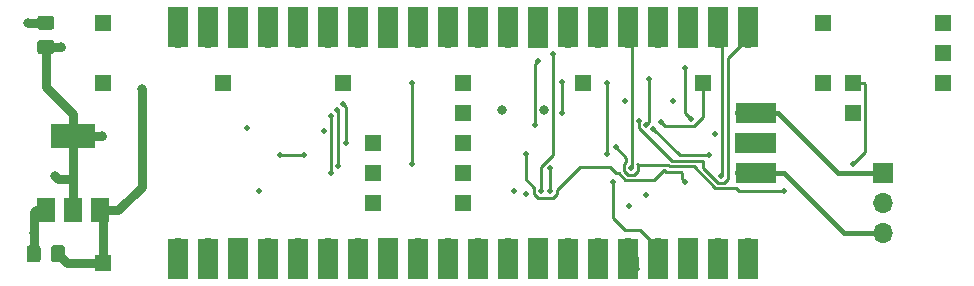
<source format=gbr>
G04 #@! TF.GenerationSoftware,KiCad,Pcbnew,5.1.5+dfsg1-2build2*
G04 #@! TF.CreationDate,2022-10-01T19:43:28+01:00*
G04 #@! TF.ProjectId,zx-memory-16-32,7a782d6d-656d-46f7-9279-2d31362d3332,rev?*
G04 #@! TF.SameCoordinates,Original*
G04 #@! TF.FileFunction,Copper,L1,Top*
G04 #@! TF.FilePolarity,Positive*
%FSLAX46Y46*%
G04 Gerber Fmt 4.6, Leading zero omitted, Abs format (unit mm)*
G04 Created by KiCad (PCBNEW 5.1.5+dfsg1-2build2) date 2022-10-01 19:43:28*
%MOMM*%
%LPD*%
G04 APERTURE LIST*
%ADD10R,1.350000X1.350000*%
%ADD11O,1.700000X1.700000*%
%ADD12R,3.500000X1.700000*%
%ADD13R,1.700000X1.700000*%
%ADD14R,1.700000X3.500000*%
%ADD15R,1.500000X2.000000*%
%ADD16R,3.800000X2.000000*%
%ADD17C,0.100000*%
%ADD18C,0.800000*%
%ADD19C,0.500000*%
%ADD20C,0.800000*%
%ADD21C,0.400000*%
%ADD22C,0.250000*%
G04 APERTURE END LIST*
D10*
X35560000Y-76200000D03*
X106680000Y-76200000D03*
X96520000Y-76200000D03*
X35560000Y-96520000D03*
X35560000Y-81280000D03*
X45720000Y-81280000D03*
X55880000Y-81280000D03*
X66040000Y-81280000D03*
X76200000Y-81280000D03*
X86360000Y-81280000D03*
X96520000Y-81280000D03*
X106680000Y-81280000D03*
X66040000Y-83820000D03*
X66040000Y-91440000D03*
X66040000Y-88900000D03*
X66040000Y-86360000D03*
X58420000Y-88900000D03*
X58420000Y-91440000D03*
X58420000Y-86360000D03*
X99060000Y-83820000D03*
X106680000Y-78740000D03*
X99060000Y-81280000D03*
D11*
X89940000Y-83820000D03*
D12*
X90840000Y-83820000D03*
D13*
X89940000Y-86360000D03*
D12*
X90840000Y-86360000D03*
D11*
X89940000Y-88900000D03*
D12*
X90840000Y-88900000D03*
D14*
X90170000Y-76570000D03*
X87630000Y-76570000D03*
X85090000Y-76570000D03*
X82550000Y-76570000D03*
X80010000Y-76570000D03*
X77470000Y-76570000D03*
X74930000Y-76570000D03*
X72390000Y-76570000D03*
X69850000Y-76570000D03*
X67310000Y-76570000D03*
X64770000Y-76570000D03*
X62230000Y-76570000D03*
X59690000Y-76570000D03*
X57150000Y-76570000D03*
X54610000Y-76570000D03*
X52070000Y-76570000D03*
X49530000Y-76570000D03*
X46990000Y-76570000D03*
X44450000Y-76570000D03*
X41910000Y-76570000D03*
X90170000Y-96150000D03*
X87630000Y-96150000D03*
X85090000Y-96150000D03*
X82550000Y-96150000D03*
X80010000Y-96150000D03*
X77470000Y-96150000D03*
X74930000Y-96150000D03*
X72390000Y-96150000D03*
X69850000Y-96150000D03*
X67310000Y-96150000D03*
X64770000Y-96150000D03*
X62230000Y-96150000D03*
X59690000Y-96150000D03*
X57150000Y-96150000D03*
X54610000Y-96150000D03*
X52070000Y-96150000D03*
X49530000Y-96150000D03*
X46990000Y-96150000D03*
X44450000Y-96150000D03*
X41910000Y-96150000D03*
D11*
X41910000Y-77470000D03*
X44450000Y-77470000D03*
D13*
X46990000Y-77470000D03*
D11*
X49530000Y-77470000D03*
X52070000Y-77470000D03*
X54610000Y-77470000D03*
X57150000Y-77470000D03*
D13*
X59690000Y-77470000D03*
D11*
X62230000Y-77470000D03*
X64770000Y-77470000D03*
X67310000Y-77470000D03*
X69850000Y-77470000D03*
D13*
X72390000Y-77470000D03*
D11*
X74930000Y-77470000D03*
X77470000Y-77470000D03*
X80010000Y-77470000D03*
X82550000Y-77470000D03*
D13*
X85090000Y-77470000D03*
D11*
X87630000Y-77470000D03*
X90170000Y-77470000D03*
X90170000Y-95250000D03*
X87630000Y-95250000D03*
D13*
X85090000Y-95250000D03*
D11*
X82550000Y-95250000D03*
X80010000Y-95250000D03*
X77470000Y-95250000D03*
X74930000Y-95250000D03*
D13*
X72390000Y-95250000D03*
D11*
X69850000Y-95250000D03*
X67310000Y-95250000D03*
X64770000Y-95250000D03*
X62230000Y-95250000D03*
D13*
X59690000Y-95250000D03*
D11*
X57150000Y-95250000D03*
X54610000Y-95250000D03*
X52070000Y-95250000D03*
X49530000Y-95250000D03*
D13*
X46990000Y-95250000D03*
D11*
X44450000Y-95250000D03*
X41910000Y-95250000D03*
D15*
X30720000Y-92050000D03*
X35320000Y-92050000D03*
X33020000Y-92050000D03*
D16*
X33020000Y-85750000D03*
D11*
X101600000Y-93980000D03*
X101600000Y-91440000D03*
D13*
X101600000Y-88900000D03*
G04 #@! TA.AperFunction,SMDPad,CuDef*
D17*
G36*
X31233504Y-75592204D02*
G01*
X31257773Y-75595804D01*
X31281571Y-75601765D01*
X31304671Y-75610030D01*
X31326849Y-75620520D01*
X31347893Y-75633133D01*
X31367598Y-75647747D01*
X31385777Y-75664223D01*
X31402253Y-75682402D01*
X31416867Y-75702107D01*
X31429480Y-75723151D01*
X31439970Y-75745329D01*
X31448235Y-75768429D01*
X31454196Y-75792227D01*
X31457796Y-75816496D01*
X31459000Y-75841000D01*
X31459000Y-76516000D01*
X31457796Y-76540504D01*
X31454196Y-76564773D01*
X31448235Y-76588571D01*
X31439970Y-76611671D01*
X31429480Y-76633849D01*
X31416867Y-76654893D01*
X31402253Y-76674598D01*
X31385777Y-76692777D01*
X31367598Y-76709253D01*
X31347893Y-76723867D01*
X31326849Y-76736480D01*
X31304671Y-76746970D01*
X31281571Y-76755235D01*
X31257773Y-76761196D01*
X31233504Y-76764796D01*
X31209000Y-76766000D01*
X30259000Y-76766000D01*
X30234496Y-76764796D01*
X30210227Y-76761196D01*
X30186429Y-76755235D01*
X30163329Y-76746970D01*
X30141151Y-76736480D01*
X30120107Y-76723867D01*
X30100402Y-76709253D01*
X30082223Y-76692777D01*
X30065747Y-76674598D01*
X30051133Y-76654893D01*
X30038520Y-76633849D01*
X30028030Y-76611671D01*
X30019765Y-76588571D01*
X30013804Y-76564773D01*
X30010204Y-76540504D01*
X30009000Y-76516000D01*
X30009000Y-75841000D01*
X30010204Y-75816496D01*
X30013804Y-75792227D01*
X30019765Y-75768429D01*
X30028030Y-75745329D01*
X30038520Y-75723151D01*
X30051133Y-75702107D01*
X30065747Y-75682402D01*
X30082223Y-75664223D01*
X30100402Y-75647747D01*
X30120107Y-75633133D01*
X30141151Y-75620520D01*
X30163329Y-75610030D01*
X30186429Y-75601765D01*
X30210227Y-75595804D01*
X30234496Y-75592204D01*
X30259000Y-75591000D01*
X31209000Y-75591000D01*
X31233504Y-75592204D01*
G37*
G04 #@! TD.AperFunction*
G04 #@! TA.AperFunction,SMDPad,CuDef*
G36*
X31233504Y-77667204D02*
G01*
X31257773Y-77670804D01*
X31281571Y-77676765D01*
X31304671Y-77685030D01*
X31326849Y-77695520D01*
X31347893Y-77708133D01*
X31367598Y-77722747D01*
X31385777Y-77739223D01*
X31402253Y-77757402D01*
X31416867Y-77777107D01*
X31429480Y-77798151D01*
X31439970Y-77820329D01*
X31448235Y-77843429D01*
X31454196Y-77867227D01*
X31457796Y-77891496D01*
X31459000Y-77916000D01*
X31459000Y-78591000D01*
X31457796Y-78615504D01*
X31454196Y-78639773D01*
X31448235Y-78663571D01*
X31439970Y-78686671D01*
X31429480Y-78708849D01*
X31416867Y-78729893D01*
X31402253Y-78749598D01*
X31385777Y-78767777D01*
X31367598Y-78784253D01*
X31347893Y-78798867D01*
X31326849Y-78811480D01*
X31304671Y-78821970D01*
X31281571Y-78830235D01*
X31257773Y-78836196D01*
X31233504Y-78839796D01*
X31209000Y-78841000D01*
X30259000Y-78841000D01*
X30234496Y-78839796D01*
X30210227Y-78836196D01*
X30186429Y-78830235D01*
X30163329Y-78821970D01*
X30141151Y-78811480D01*
X30120107Y-78798867D01*
X30100402Y-78784253D01*
X30082223Y-78767777D01*
X30065747Y-78749598D01*
X30051133Y-78729893D01*
X30038520Y-78708849D01*
X30028030Y-78686671D01*
X30019765Y-78663571D01*
X30013804Y-78639773D01*
X30010204Y-78615504D01*
X30009000Y-78591000D01*
X30009000Y-77916000D01*
X30010204Y-77891496D01*
X30013804Y-77867227D01*
X30019765Y-77843429D01*
X30028030Y-77820329D01*
X30038520Y-77798151D01*
X30051133Y-77777107D01*
X30065747Y-77757402D01*
X30082223Y-77739223D01*
X30100402Y-77722747D01*
X30120107Y-77708133D01*
X30141151Y-77695520D01*
X30163329Y-77685030D01*
X30186429Y-77676765D01*
X30210227Y-77670804D01*
X30234496Y-77667204D01*
X30259000Y-77666000D01*
X31209000Y-77666000D01*
X31233504Y-77667204D01*
G37*
G04 #@! TD.AperFunction*
G04 #@! TA.AperFunction,SMDPad,CuDef*
G36*
X30058504Y-95034204D02*
G01*
X30082773Y-95037804D01*
X30106571Y-95043765D01*
X30129671Y-95052030D01*
X30151849Y-95062520D01*
X30172893Y-95075133D01*
X30192598Y-95089747D01*
X30210777Y-95106223D01*
X30227253Y-95124402D01*
X30241867Y-95144107D01*
X30254480Y-95165151D01*
X30264970Y-95187329D01*
X30273235Y-95210429D01*
X30279196Y-95234227D01*
X30282796Y-95258496D01*
X30284000Y-95283000D01*
X30284000Y-96233000D01*
X30282796Y-96257504D01*
X30279196Y-96281773D01*
X30273235Y-96305571D01*
X30264970Y-96328671D01*
X30254480Y-96350849D01*
X30241867Y-96371893D01*
X30227253Y-96391598D01*
X30210777Y-96409777D01*
X30192598Y-96426253D01*
X30172893Y-96440867D01*
X30151849Y-96453480D01*
X30129671Y-96463970D01*
X30106571Y-96472235D01*
X30082773Y-96478196D01*
X30058504Y-96481796D01*
X30034000Y-96483000D01*
X29359000Y-96483000D01*
X29334496Y-96481796D01*
X29310227Y-96478196D01*
X29286429Y-96472235D01*
X29263329Y-96463970D01*
X29241151Y-96453480D01*
X29220107Y-96440867D01*
X29200402Y-96426253D01*
X29182223Y-96409777D01*
X29165747Y-96391598D01*
X29151133Y-96371893D01*
X29138520Y-96350849D01*
X29128030Y-96328671D01*
X29119765Y-96305571D01*
X29113804Y-96281773D01*
X29110204Y-96257504D01*
X29109000Y-96233000D01*
X29109000Y-95283000D01*
X29110204Y-95258496D01*
X29113804Y-95234227D01*
X29119765Y-95210429D01*
X29128030Y-95187329D01*
X29138520Y-95165151D01*
X29151133Y-95144107D01*
X29165747Y-95124402D01*
X29182223Y-95106223D01*
X29200402Y-95089747D01*
X29220107Y-95075133D01*
X29241151Y-95062520D01*
X29263329Y-95052030D01*
X29286429Y-95043765D01*
X29310227Y-95037804D01*
X29334496Y-95034204D01*
X29359000Y-95033000D01*
X30034000Y-95033000D01*
X30058504Y-95034204D01*
G37*
G04 #@! TD.AperFunction*
G04 #@! TA.AperFunction,SMDPad,CuDef*
G36*
X32133504Y-95034204D02*
G01*
X32157773Y-95037804D01*
X32181571Y-95043765D01*
X32204671Y-95052030D01*
X32226849Y-95062520D01*
X32247893Y-95075133D01*
X32267598Y-95089747D01*
X32285777Y-95106223D01*
X32302253Y-95124402D01*
X32316867Y-95144107D01*
X32329480Y-95165151D01*
X32339970Y-95187329D01*
X32348235Y-95210429D01*
X32354196Y-95234227D01*
X32357796Y-95258496D01*
X32359000Y-95283000D01*
X32359000Y-96233000D01*
X32357796Y-96257504D01*
X32354196Y-96281773D01*
X32348235Y-96305571D01*
X32339970Y-96328671D01*
X32329480Y-96350849D01*
X32316867Y-96371893D01*
X32302253Y-96391598D01*
X32285777Y-96409777D01*
X32267598Y-96426253D01*
X32247893Y-96440867D01*
X32226849Y-96453480D01*
X32204671Y-96463970D01*
X32181571Y-96472235D01*
X32157773Y-96478196D01*
X32133504Y-96481796D01*
X32109000Y-96483000D01*
X31434000Y-96483000D01*
X31409496Y-96481796D01*
X31385227Y-96478196D01*
X31361429Y-96472235D01*
X31338329Y-96463970D01*
X31316151Y-96453480D01*
X31295107Y-96440867D01*
X31275402Y-96426253D01*
X31257223Y-96409777D01*
X31240747Y-96391598D01*
X31226133Y-96371893D01*
X31213520Y-96350849D01*
X31203030Y-96328671D01*
X31194765Y-96305571D01*
X31188804Y-96281773D01*
X31185204Y-96257504D01*
X31184000Y-96233000D01*
X31184000Y-95283000D01*
X31185204Y-95258496D01*
X31188804Y-95234227D01*
X31194765Y-95210429D01*
X31203030Y-95187329D01*
X31213520Y-95165151D01*
X31226133Y-95144107D01*
X31240747Y-95124402D01*
X31257223Y-95106223D01*
X31275402Y-95089747D01*
X31295107Y-95075133D01*
X31316151Y-95062520D01*
X31338329Y-95052030D01*
X31361429Y-95043765D01*
X31385227Y-95037804D01*
X31409496Y-95034204D01*
X31434000Y-95033000D01*
X32109000Y-95033000D01*
X32133504Y-95034204D01*
G37*
G04 #@! TD.AperFunction*
D18*
X29210000Y-76200000D03*
X29696500Y-94001500D03*
X72898000Y-83566000D03*
D19*
X71374000Y-90678000D03*
X87376000Y-85598000D03*
X81534000Y-90745000D03*
X83820000Y-82804000D03*
X54289000Y-85344000D03*
X48768000Y-90424000D03*
D18*
X38862000Y-81788000D03*
X35458000Y-85750000D03*
X32004000Y-78232000D03*
X31496000Y-89154000D03*
D19*
X47752000Y-85090000D03*
D18*
X69342000Y-83566000D03*
D19*
X70358000Y-90424000D03*
X80077000Y-91694000D03*
X79756000Y-82804000D03*
X56134000Y-86360000D03*
X55880000Y-83058000D03*
X55439000Y-88325000D03*
X55372000Y-83566000D03*
X52578000Y-87376000D03*
X50546000Y-87376000D03*
X54864000Y-88900000D03*
X54864000Y-84074000D03*
X78994000Y-86738001D03*
X93218000Y-90424000D03*
X72136000Y-84836000D03*
X72390000Y-79435000D03*
X71374000Y-87313001D03*
X84865587Y-89632413D03*
X99060000Y-88138000D03*
X84836000Y-80010000D03*
X85344000Y-84328000D03*
X61722000Y-81280000D03*
X61722000Y-88138000D03*
X74419341Y-81178990D03*
X74422000Y-83820000D03*
X78232000Y-81280000D03*
X78232000Y-87313001D03*
X82804000Y-84582000D03*
X82160101Y-85149050D03*
X86868000Y-87376000D03*
X81534000Y-84836000D03*
X81788000Y-80924990D03*
X87884000Y-89154000D03*
X72644000Y-90424000D03*
X73660000Y-78860000D03*
X80264000Y-88463001D03*
X73406000Y-88463001D03*
X73406000Y-90424000D03*
X80772000Y-97028000D03*
X78740000Y-89662000D03*
X80906001Y-84491884D03*
D20*
X30720000Y-92050000D02*
X29870000Y-92050000D01*
X29870000Y-92050000D02*
X29696500Y-92223500D01*
X29696500Y-92223500D02*
X29696500Y-93747500D01*
X29696500Y-93747500D02*
X29696500Y-94001500D01*
X29231500Y-76178500D02*
X29210000Y-76200000D01*
X30734000Y-76178500D02*
X29231500Y-76178500D01*
X29696500Y-94001500D02*
X29696500Y-95758000D01*
X32533500Y-96520000D02*
X31771500Y-95758000D01*
X35560000Y-96520000D02*
X32533500Y-96520000D01*
X35560000Y-92290000D02*
X35320000Y-92050000D01*
X35560000Y-96520000D02*
X35560000Y-92290000D01*
X38862000Y-90058000D02*
X38862000Y-81788000D01*
X36870000Y-92050000D02*
X38862000Y-90058000D01*
X35320000Y-92050000D02*
X36870000Y-92050000D01*
X30734000Y-81664000D02*
X30734000Y-78253500D01*
X33020000Y-83950000D02*
X30734000Y-81664000D01*
X33020000Y-85750000D02*
X33020000Y-83950000D01*
X33020000Y-85750000D02*
X35458000Y-85750000D01*
X35458000Y-85750000D02*
X35458000Y-85750000D01*
X31982500Y-78253500D02*
X32004000Y-78232000D01*
X30734000Y-78253500D02*
X31982500Y-78253500D01*
X31750000Y-89408000D02*
X31496000Y-89154000D01*
X33020000Y-89408000D02*
X31750000Y-89408000D01*
X33020000Y-92050000D02*
X33020000Y-89408000D01*
X33020000Y-89408000D02*
X33020000Y-85750000D01*
D21*
X89940000Y-88900000D02*
X93218000Y-88900000D01*
X98298000Y-93980000D02*
X101600000Y-93980000D01*
X93218000Y-88900000D02*
X98298000Y-93980000D01*
X89940000Y-83820000D02*
X92710000Y-83820000D01*
X97790000Y-88900000D02*
X101600000Y-88900000D01*
X92710000Y-83820000D02*
X97790000Y-88900000D01*
D22*
X56134000Y-83312000D02*
X55880000Y-83058000D01*
X56134000Y-86360000D02*
X56134000Y-83312000D01*
X55439000Y-83633000D02*
X55372000Y-83566000D01*
X55439000Y-88325000D02*
X55439000Y-83633000D01*
X52578000Y-87376000D02*
X50546000Y-87376000D01*
X54864000Y-88900000D02*
X54864000Y-84074000D01*
X78994000Y-86738001D02*
X79880991Y-87624992D01*
X80839001Y-88205001D02*
X80781011Y-88147011D01*
X80540001Y-89038002D02*
X80839001Y-88739002D01*
X79987999Y-89038002D02*
X80540001Y-89038002D01*
X80839001Y-88739002D02*
X80839001Y-88205001D01*
X79688999Y-88739002D02*
X79987999Y-89038002D01*
X79688999Y-88187000D02*
X79688999Y-88739002D01*
X79880991Y-87995008D02*
X79688999Y-88187000D01*
X79880991Y-87624992D02*
X79880991Y-87995008D01*
X83415589Y-88205001D02*
X83544598Y-88334010D01*
X80839001Y-88205001D02*
X83415589Y-88205001D01*
X83544598Y-88334010D02*
X85576598Y-88334010D01*
X87421599Y-90179011D02*
X89144989Y-90179011D01*
X85576598Y-88334010D02*
X87421599Y-90179011D01*
X89389978Y-90424000D02*
X93218000Y-90424000D01*
X89144989Y-90179011D02*
X89389978Y-90424000D01*
X72136000Y-79689000D02*
X72390000Y-79435000D01*
X72136000Y-84836000D02*
X72136000Y-79689000D01*
X99985000Y-81280000D02*
X99060000Y-81280000D01*
X100060001Y-81355001D02*
X99985000Y-81280000D01*
X100060001Y-87137999D02*
X100060001Y-81355001D01*
X99060000Y-88138000D02*
X100060001Y-87137999D01*
X84865587Y-89632413D02*
X84582000Y-89348826D01*
X83196020Y-88784020D02*
X83067011Y-88655011D01*
X84466020Y-88784020D02*
X83196020Y-88784020D01*
X84582000Y-88900000D02*
X84466020Y-88784020D01*
X84582000Y-89348826D02*
X84582000Y-88900000D01*
X83067011Y-88655011D02*
X82234010Y-89488012D01*
X79801598Y-89488011D02*
X79238989Y-88925402D01*
X82234010Y-89488012D02*
X79801598Y-89488011D01*
X79238989Y-88925402D02*
X79019402Y-88925402D01*
X79019402Y-88925402D02*
X78486000Y-88392000D01*
X75946000Y-88392000D02*
X73981001Y-90356999D01*
X78486000Y-88392000D02*
X75946000Y-88392000D01*
X72068999Y-90700001D02*
X72068999Y-90147999D01*
X72367999Y-90999001D02*
X72068999Y-90700001D01*
X73682001Y-90999001D02*
X72367999Y-90999001D01*
X73981001Y-90700001D02*
X73682001Y-90999001D01*
X73981001Y-90356999D02*
X73981001Y-90700001D01*
X71374000Y-89453000D02*
X71374000Y-87313001D01*
X72068999Y-90147999D02*
X71374000Y-89453000D01*
X84836000Y-83820000D02*
X85344000Y-84328000D01*
X84836000Y-80010000D02*
X84836000Y-83820000D01*
X61722000Y-81280000D02*
X61722000Y-88138000D01*
X74419341Y-83817341D02*
X74422000Y-83820000D01*
X74419341Y-81178990D02*
X74419341Y-83817341D01*
X78232000Y-81280000D02*
X78232000Y-87313001D01*
X86360000Y-82205000D02*
X86360000Y-81280000D01*
X85620001Y-84903001D02*
X86360000Y-84163002D01*
X86360000Y-84163002D02*
X86360000Y-82205000D01*
X83125001Y-84903001D02*
X85620001Y-84903001D01*
X82804000Y-84582000D02*
X83125001Y-84903001D01*
X84387051Y-87376000D02*
X86868000Y-87376000D01*
X82160101Y-85149050D02*
X84387051Y-87376000D01*
X81788000Y-84582000D02*
X81788000Y-80924990D01*
X81534000Y-84836000D02*
X81788000Y-84582000D01*
X87951001Y-89086999D02*
X87884000Y-89154000D01*
X87951001Y-77791001D02*
X87951001Y-89086999D01*
X87630000Y-77470000D02*
X87951001Y-77791001D01*
X73660000Y-87357999D02*
X73660000Y-78860000D01*
X72644000Y-88373999D02*
X73660000Y-87357999D01*
X72644000Y-90424000D02*
X72644000Y-88373999D01*
X80331001Y-88396000D02*
X80264000Y-88463001D01*
X80331001Y-77791001D02*
X80331001Y-88396000D01*
X80010000Y-77470000D02*
X80331001Y-77791001D01*
X73406000Y-88463001D02*
X73406000Y-90424000D01*
X79502000Y-94742000D02*
X80010000Y-95250000D01*
X80772000Y-96012000D02*
X80010000Y-95250000D01*
X80772000Y-97028000D02*
X80772000Y-96012000D01*
X82296000Y-94996000D02*
X82550000Y-95250000D01*
X78740000Y-89662000D02*
X78740000Y-92710000D01*
X78740000Y-92710000D02*
X79756000Y-93726000D01*
X81026000Y-93726000D02*
X82550000Y-95250000D01*
X79756000Y-93726000D02*
X81026000Y-93726000D01*
X87607999Y-89729001D02*
X86360000Y-88481002D01*
X88160001Y-89729001D02*
X87607999Y-89729001D01*
X88459001Y-89430001D02*
X88160001Y-89729001D01*
X88459001Y-79180999D02*
X88459001Y-89430001D01*
X90170000Y-77470000D02*
X88459001Y-79180999D01*
X86360000Y-88481002D02*
X86360000Y-87884000D01*
X80906001Y-85059003D02*
X80906001Y-84491884D01*
X83730998Y-87884000D02*
X80906001Y-85059003D01*
X86360000Y-87884000D02*
X83730998Y-87884000D01*
M02*

</source>
